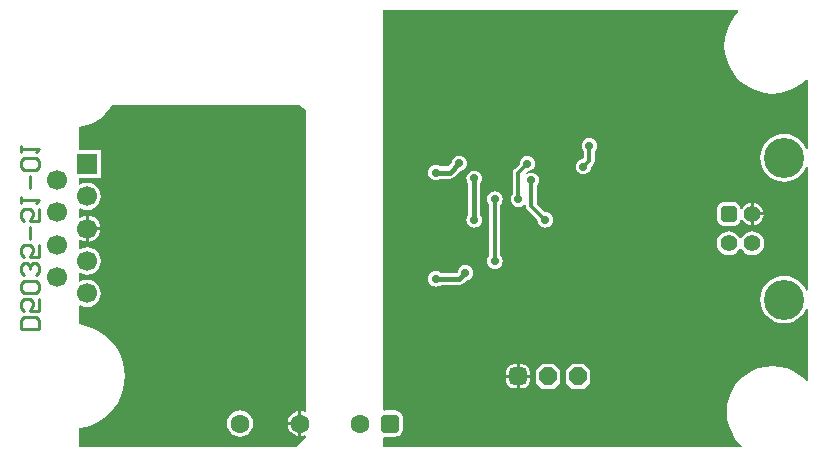
<source format=gbl>
G04*
G04 #@! TF.GenerationSoftware,Altium Limited,Altium Designer,22.3.1 (43)*
G04*
G04 Layer_Physical_Order=2*
G04 Layer_Color=16711680*
%FSLAX25Y25*%
%MOIN*%
G70*
G04*
G04 #@! TF.SameCoordinates,38A5807E-C0B9-4130-B18F-62B70C513CF8*
G04*
G04*
G04 #@! TF.FilePolarity,Positive*
G04*
G01*
G75*
%ADD34C,0.01181*%
%ADD72C,0.01575*%
%ADD75C,0.06299*%
G04:AMPARAMS|DCode=76|XSize=62.99mil|YSize=62.99mil|CornerRadius=15.75mil|HoleSize=0mil|Usage=FLASHONLY|Rotation=0.000|XOffset=0mil|YOffset=0mil|HoleType=Round|Shape=RoundedRectangle|*
%AMROUNDEDRECTD76*
21,1,0.06299,0.03150,0,0,0.0*
21,1,0.03150,0.06299,0,0,0.0*
1,1,0.03150,0.01575,-0.01575*
1,1,0.03150,-0.01575,-0.01575*
1,1,0.03150,-0.01575,0.01575*
1,1,0.03150,0.01575,0.01575*
%
%ADD76ROUNDEDRECTD76*%
%ADD77P,0.06392X8X22.5*%
G04:AMPARAMS|DCode=78|XSize=59.06mil|YSize=59.06mil|CornerRadius=14.76mil|HoleSize=0mil|Usage=FLASHONLY|Rotation=0.000|XOffset=0mil|YOffset=0mil|HoleType=Round|Shape=RoundedRectangle|*
%AMROUNDEDRECTD78*
21,1,0.05906,0.02953,0,0,0.0*
21,1,0.02953,0.05906,0,0,0.0*
1,1,0.02953,0.01476,-0.01476*
1,1,0.02953,-0.01476,-0.01476*
1,1,0.02953,-0.01476,0.01476*
1,1,0.02953,0.01476,0.01476*
%
%ADD78ROUNDEDRECTD78*%
%ADD79C,0.06693*%
%ADD80R,0.06693X0.06693*%
%ADD81C,0.13386*%
%ADD82C,0.05512*%
G04:AMPARAMS|DCode=83|XSize=55.12mil|YSize=55.12mil|CornerRadius=13.78mil|HoleSize=0mil|Usage=FLASHONLY|Rotation=90.000|XOffset=0mil|YOffset=0mil|HoleType=Round|Shape=RoundedRectangle|*
%AMROUNDEDRECTD83*
21,1,0.05512,0.02756,0,0,90.0*
21,1,0.02756,0.05512,0,0,90.0*
1,1,0.02756,0.01378,0.01378*
1,1,0.02756,0.01378,-0.01378*
1,1,0.02756,-0.01378,-0.01378*
1,1,0.02756,-0.01378,0.01378*
%
%ADD83ROUNDEDRECTD83*%
%ADD84C,0.02756*%
%ADD85C,0.01000*%
G36*
X100394Y116392D02*
X100394Y15937D01*
X99978Y15659D01*
X99509Y15854D01*
X98925Y15931D01*
Y11811D01*
Y7691D01*
X99509Y7768D01*
X99870Y7918D01*
X100307Y7638D01*
X100333Y7226D01*
X97078Y3971D01*
X24606D01*
Y10212D01*
X24782Y10223D01*
X27026Y10669D01*
X29191Y11405D01*
X31243Y12416D01*
X33145Y13687D01*
X34864Y15195D01*
X36372Y16915D01*
X37643Y18816D01*
X38655Y20868D01*
X39390Y23033D01*
X39836Y25277D01*
X39985Y27559D01*
X39836Y29841D01*
X39390Y32085D01*
X38655Y34251D01*
X37643Y36302D01*
X36372Y38203D01*
X34864Y39923D01*
X33145Y41431D01*
X31243Y42702D01*
X29191Y43714D01*
X27026Y44449D01*
X24782Y44895D01*
X24606Y44906D01*
Y51121D01*
X25055Y51342D01*
X25207Y51226D01*
X26313Y50767D01*
X27500Y50611D01*
X28687Y50767D01*
X29793Y51226D01*
X30743Y51954D01*
X31471Y52904D01*
X31929Y54010D01*
X32086Y55197D01*
X31929Y56384D01*
X31471Y57490D01*
X30743Y58439D01*
X29793Y59168D01*
X28687Y59626D01*
X27500Y59782D01*
X26313Y59626D01*
X25207Y59168D01*
X25055Y59051D01*
X24606Y59272D01*
Y61909D01*
X25055Y62130D01*
X25207Y62013D01*
X26313Y61555D01*
X27500Y61399D01*
X28687Y61555D01*
X29793Y62013D01*
X30743Y62742D01*
X31471Y63691D01*
X31929Y64797D01*
X32086Y65984D01*
X31929Y67171D01*
X31471Y68277D01*
X30743Y69227D01*
X29793Y69956D01*
X28687Y70414D01*
X27500Y70570D01*
X26313Y70414D01*
X25207Y69956D01*
X25055Y69839D01*
X24606Y70060D01*
Y72948D01*
X25055Y73169D01*
X25308Y72975D01*
X26365Y72537D01*
X27000Y72453D01*
Y76772D01*
Y81090D01*
X26365Y81006D01*
X25308Y80568D01*
X25055Y80374D01*
X24606Y80595D01*
Y83484D01*
X25055Y83705D01*
X25207Y83588D01*
X26313Y83130D01*
X27500Y82973D01*
X28687Y83130D01*
X29793Y83588D01*
X30743Y84316D01*
X31471Y85266D01*
X31929Y86372D01*
X32086Y87559D01*
X31929Y88746D01*
X31471Y89852D01*
X30743Y90802D01*
X29793Y91530D01*
X28687Y91988D01*
X27500Y92145D01*
X26313Y91988D01*
X25207Y91530D01*
X25055Y91413D01*
X24606Y91635D01*
Y93800D01*
X32046D01*
Y102893D01*
X24606D01*
Y110623D01*
X24929Y110648D01*
X27298Y111217D01*
X29549Y112149D01*
X31627Y113422D01*
X33479Y115005D01*
X35062Y116858D01*
X35830Y118110D01*
X98221D01*
X100394Y116392D01*
D02*
G37*
G36*
X244493Y149361D02*
X244543Y149072D01*
X242951Y147208D01*
X241638Y145065D01*
X240676Y142744D01*
X240090Y140300D01*
X239892Y137795D01*
X240090Y135290D01*
X240676Y132847D01*
X241638Y130526D01*
X242951Y128383D01*
X244583Y126472D01*
X246493Y124840D01*
X248636Y123528D01*
X250957Y122566D01*
X253400Y121979D01*
X255906Y121782D01*
X258411Y121979D01*
X260854Y122566D01*
X263175Y123528D01*
X265318Y124840D01*
X267183Y126433D01*
X267471Y126383D01*
X267683Y126305D01*
Y103461D01*
X267183Y103387D01*
X267170Y103429D01*
X266437Y104800D01*
X265451Y106002D01*
X264249Y106988D01*
X262878Y107721D01*
X261390Y108172D01*
X259842Y108325D01*
X258295Y108172D01*
X256807Y107721D01*
X255436Y106988D01*
X254234Y106002D01*
X253248Y104800D01*
X252515Y103429D01*
X252064Y101941D01*
X251911Y100394D01*
X252064Y98846D01*
X252515Y97359D01*
X253248Y95987D01*
X254234Y94786D01*
X255436Y93799D01*
X256807Y93066D01*
X258295Y92615D01*
X259842Y92463D01*
X261390Y92615D01*
X262878Y93066D01*
X264249Y93799D01*
X265451Y94786D01*
X266437Y95987D01*
X267170Y97359D01*
X267183Y97400D01*
X267683Y97326D01*
Y56217D01*
X267183Y56143D01*
X267170Y56185D01*
X266437Y57556D01*
X265451Y58758D01*
X264249Y59744D01*
X262878Y60477D01*
X261390Y60928D01*
X259842Y61081D01*
X258295Y60928D01*
X256807Y60477D01*
X255436Y59744D01*
X254234Y58758D01*
X253248Y57556D01*
X252515Y56185D01*
X252064Y54697D01*
X251911Y53150D01*
X252064Y51602D01*
X252515Y50115D01*
X253248Y48743D01*
X254234Y47541D01*
X255436Y46555D01*
X256807Y45822D01*
X258295Y45371D01*
X259842Y45219D01*
X261390Y45371D01*
X262878Y45822D01*
X264249Y46555D01*
X265451Y47541D01*
X266437Y48743D01*
X267170Y50115D01*
X267183Y50156D01*
X267683Y50082D01*
Y26049D01*
X267214Y25876D01*
X266670Y26513D01*
X264854Y28064D01*
X262817Y29312D01*
X260610Y30226D01*
X258287Y30784D01*
X255906Y30971D01*
X253524Y30784D01*
X251201Y30226D01*
X248994Y29312D01*
X246957Y28064D01*
X245141Y26513D01*
X243590Y24696D01*
X242341Y22659D01*
X241427Y20452D01*
X240870Y18129D01*
X240682Y15748D01*
X240870Y13367D01*
X241427Y11044D01*
X242341Y8837D01*
X243590Y6800D01*
X245141Y4984D01*
X245777Y4440D01*
X245604Y3971D01*
X125984D01*
Y7081D01*
X126484Y7486D01*
X126850Y7438D01*
X130000D01*
X130724Y7533D01*
X131399Y7812D01*
X131979Y8257D01*
X132424Y8837D01*
X132703Y9512D01*
X132799Y10236D01*
Y13386D01*
X132703Y14110D01*
X132424Y14785D01*
X131979Y15365D01*
X131399Y15810D01*
X130724Y16089D01*
X130000Y16184D01*
X126850D01*
X126484Y16136D01*
X125984Y16541D01*
Y149572D01*
X244415D01*
X244493Y149361D01*
D02*
G37*
%LPC*%
G36*
X28000Y81090D02*
Y77272D01*
X31818D01*
X31735Y77906D01*
X31297Y78964D01*
X30600Y79872D01*
X29692Y80568D01*
X28635Y81006D01*
X28000Y81090D01*
D02*
G37*
G36*
X31818Y76272D02*
X28000D01*
Y72453D01*
X28635Y72537D01*
X29692Y72975D01*
X30600Y73672D01*
X31297Y74580D01*
X31735Y75637D01*
X31818Y76272D01*
D02*
G37*
G36*
X97925Y15931D02*
X97342Y15854D01*
X96333Y15436D01*
X95466Y14771D01*
X94801Y13904D01*
X94382Y12894D01*
X94306Y12311D01*
X97925D01*
Y15931D01*
D02*
G37*
G36*
Y11311D02*
X94306D01*
X94382Y10728D01*
X94801Y9718D01*
X95466Y8851D01*
X96333Y8186D01*
X97342Y7768D01*
X97925Y7691D01*
Y11311D01*
D02*
G37*
G36*
X78425Y16198D02*
X77290Y16049D01*
X76232Y15610D01*
X75323Y14913D01*
X74626Y14005D01*
X74188Y12946D01*
X74038Y11811D01*
X74188Y10676D01*
X74626Y9617D01*
X75323Y8709D01*
X76232Y8012D01*
X77290Y7573D01*
X78425Y7424D01*
X79561Y7573D01*
X80619Y8012D01*
X81527Y8709D01*
X82225Y9617D01*
X82663Y10676D01*
X82812Y11811D01*
X82663Y12946D01*
X82225Y14005D01*
X81527Y14913D01*
X80619Y15610D01*
X79561Y16049D01*
X78425Y16198D01*
D02*
G37*
G36*
X151496Y101104D02*
X150823Y101015D01*
X150196Y100756D01*
X149657Y100342D01*
X149244Y99804D01*
X148985Y99177D01*
X148936Y98809D01*
X147625Y97499D01*
X145295D01*
X145001Y97724D01*
X144374Y97984D01*
X143701Y98073D01*
X143028Y97984D01*
X142401Y97724D01*
X141862Y97311D01*
X141449Y96772D01*
X141189Y96145D01*
X141101Y95472D01*
X141189Y94800D01*
X141449Y94172D01*
X141862Y93634D01*
X142401Y93221D01*
X143028Y92961D01*
X143701Y92872D01*
X144374Y92961D01*
X145001Y93221D01*
X145295Y93446D01*
X148465D01*
X149240Y93600D01*
X149898Y94040D01*
X151802Y95944D01*
X152169Y95992D01*
X152796Y96252D01*
X153335Y96665D01*
X153748Y97204D01*
X154008Y97831D01*
X154096Y98504D01*
X154008Y99177D01*
X153748Y99804D01*
X153335Y100342D01*
X152796Y100756D01*
X152169Y101015D01*
X151496Y101104D01*
D02*
G37*
G36*
X174213Y101025D02*
X173540Y100937D01*
X172913Y100677D01*
X172374Y100264D01*
X171961Y99725D01*
X171701Y99098D01*
X171612Y98425D01*
X171615Y98409D01*
X169969Y96763D01*
X169573Y96171D01*
X169434Y95472D01*
X169434Y95472D01*
Y88463D01*
X169421Y88453D01*
X169008Y87914D01*
X168748Y87287D01*
X168660Y86614D01*
X168748Y85941D01*
X169008Y85314D01*
X169421Y84776D01*
X169960Y84362D01*
X170587Y84103D01*
X171260Y84014D01*
X171933Y84103D01*
X172560Y84362D01*
X173099Y84776D01*
X173233Y84951D01*
X173733Y84781D01*
Y84284D01*
X173733Y84284D01*
X173872Y83586D01*
X174267Y82993D01*
X177520Y79741D01*
X177518Y79724D01*
X177606Y79051D01*
X177866Y78424D01*
X178279Y77886D01*
X178818Y77473D01*
X179445Y77213D01*
X180118Y77124D01*
X180791Y77213D01*
X181418Y77473D01*
X181957Y77886D01*
X182370Y78424D01*
X182630Y79051D01*
X182718Y79724D01*
X182630Y80397D01*
X182370Y81024D01*
X181957Y81563D01*
X181418Y81976D01*
X180791Y82236D01*
X180118Y82325D01*
X180102Y82323D01*
X177384Y85040D01*
Y91033D01*
X177397Y91043D01*
X177810Y91581D01*
X178070Y92208D01*
X178158Y92881D01*
X178070Y93554D01*
X177810Y94181D01*
X177397Y94720D01*
X176858Y95133D01*
X176231Y95393D01*
X175558Y95481D01*
X174885Y95393D01*
X174258Y95133D01*
X174048Y94972D01*
X173718Y95349D01*
X174196Y95827D01*
X174213Y95825D01*
X174886Y95914D01*
X175513Y96173D01*
X176051Y96587D01*
X176464Y97125D01*
X176724Y97752D01*
X176813Y98425D01*
X176724Y99098D01*
X176464Y99725D01*
X176051Y100264D01*
X175513Y100677D01*
X174886Y100937D01*
X174213Y101025D01*
D02*
G37*
G36*
X194882Y106931D02*
X194209Y106842D01*
X193582Y106582D01*
X193043Y106169D01*
X192630Y105631D01*
X192370Y105004D01*
X192282Y104331D01*
X192370Y103658D01*
X192630Y103031D01*
X193043Y102492D01*
X193056Y102482D01*
Y100499D01*
X192913Y100041D01*
X192240Y99953D01*
X191613Y99693D01*
X191075Y99280D01*
X190662Y98741D01*
X190402Y98114D01*
X190313Y97441D01*
X190402Y96768D01*
X190662Y96141D01*
X191075Y95602D01*
X191613Y95189D01*
X192240Y94929D01*
X192913Y94841D01*
X193586Y94929D01*
X194213Y95189D01*
X194752Y95602D01*
X195165Y96141D01*
X195425Y96768D01*
X195514Y97441D01*
X195511Y97457D01*
X196173Y98119D01*
X196173Y98119D01*
X196569Y98711D01*
X196707Y99409D01*
X196707Y99410D01*
Y102482D01*
X196721Y102492D01*
X197134Y103031D01*
X197394Y103658D01*
X197482Y104331D01*
X197394Y105004D01*
X197134Y105631D01*
X196721Y106169D01*
X196182Y106582D01*
X195555Y106842D01*
X194882Y106931D01*
D02*
G37*
G36*
X249713Y85415D02*
Y82193D01*
X252935D01*
X252872Y82673D01*
X252493Y83587D01*
X251891Y84372D01*
X251107Y84974D01*
X250193Y85352D01*
X249713Y85415D01*
D02*
G37*
G36*
X252935Y81193D02*
X249713D01*
Y77970D01*
X250193Y78034D01*
X251107Y78412D01*
X251891Y79014D01*
X252493Y79799D01*
X252872Y80712D01*
X252935Y81193D01*
D02*
G37*
G36*
X242717Y85671D02*
X239961D01*
X239288Y85583D01*
X238661Y85323D01*
X238122Y84909D01*
X237709Y84371D01*
X237449Y83744D01*
X237360Y83071D01*
Y80315D01*
X237449Y79642D01*
X237709Y79015D01*
X238122Y78476D01*
X238661Y78063D01*
X239288Y77803D01*
X239961Y77715D01*
X242717D01*
X243390Y77803D01*
X244017Y78063D01*
X244555Y78476D01*
X244968Y79015D01*
X245228Y79642D01*
X245283Y80059D01*
X245796Y80126D01*
X245932Y79799D01*
X246534Y79014D01*
X247318Y78412D01*
X248232Y78034D01*
X248713Y77970D01*
Y81693D01*
Y85415D01*
X248232Y85352D01*
X247318Y84974D01*
X246534Y84372D01*
X245932Y83587D01*
X245796Y83260D01*
X245283Y83327D01*
X245228Y83744D01*
X244968Y84371D01*
X244555Y84909D01*
X244017Y85323D01*
X243390Y85583D01*
X242717Y85671D01*
D02*
G37*
G36*
X156496Y96104D02*
X155823Y96016D01*
X155196Y95756D01*
X154657Y95343D01*
X154244Y94804D01*
X153984Y94177D01*
X153896Y93504D01*
X153984Y92831D01*
X154244Y92204D01*
X154470Y91910D01*
Y81318D01*
X154244Y81024D01*
X153984Y80397D01*
X153896Y79724D01*
X153984Y79051D01*
X154244Y78424D01*
X154657Y77886D01*
X155196Y77473D01*
X155823Y77213D01*
X156496Y77124D01*
X157169Y77213D01*
X157796Y77473D01*
X158335Y77886D01*
X158748Y78424D01*
X159008Y79051D01*
X159096Y79724D01*
X159008Y80397D01*
X158748Y81024D01*
X158522Y81318D01*
Y91910D01*
X158748Y92204D01*
X159008Y92831D01*
X159096Y93504D01*
X159008Y94177D01*
X158748Y94804D01*
X158335Y95343D01*
X157796Y95756D01*
X157169Y96016D01*
X156496Y96104D01*
D02*
G37*
G36*
X249213Y75840D02*
X248180Y75704D01*
X247218Y75306D01*
X246391Y74672D01*
X245757Y73845D01*
X245546Y73336D01*
X245005D01*
X244794Y73845D01*
X244160Y74672D01*
X243334Y75306D01*
X242371Y75704D01*
X241339Y75840D01*
X240306Y75704D01*
X239344Y75306D01*
X238517Y74672D01*
X237883Y73845D01*
X237485Y72883D01*
X237349Y71850D01*
X237485Y70818D01*
X237883Y69855D01*
X238517Y69029D01*
X239344Y68395D01*
X240306Y67996D01*
X241339Y67860D01*
X242371Y67996D01*
X243334Y68395D01*
X244160Y69029D01*
X244794Y69855D01*
X245005Y70365D01*
X245546D01*
X245757Y69855D01*
X246391Y69029D01*
X247218Y68395D01*
X248180Y67996D01*
X249213Y67860D01*
X250245Y67996D01*
X251208Y68395D01*
X252034Y69029D01*
X252668Y69855D01*
X253067Y70818D01*
X253203Y71850D01*
X253067Y72883D01*
X252668Y73845D01*
X252034Y74672D01*
X251208Y75306D01*
X250245Y75704D01*
X249213Y75840D01*
D02*
G37*
G36*
X163386Y89214D02*
X162713Y89126D01*
X162086Y88866D01*
X161547Y88453D01*
X161134Y87914D01*
X160874Y87287D01*
X160786Y86614D01*
X160874Y85941D01*
X161134Y85314D01*
X161547Y84776D01*
X161560Y84766D01*
Y67794D01*
X161547Y67783D01*
X161134Y67245D01*
X160874Y66618D01*
X160786Y65945D01*
X160874Y65272D01*
X161134Y64645D01*
X161547Y64106D01*
X162086Y63693D01*
X162713Y63433D01*
X163386Y63345D01*
X164059Y63433D01*
X164686Y63693D01*
X165225Y64106D01*
X165638Y64645D01*
X165897Y65272D01*
X165986Y65945D01*
X165897Y66618D01*
X165638Y67245D01*
X165225Y67783D01*
X165211Y67794D01*
Y84766D01*
X165225Y84776D01*
X165638Y85314D01*
X165897Y85941D01*
X165986Y86614D01*
X165897Y87287D01*
X165638Y87914D01*
X165225Y88453D01*
X164686Y88866D01*
X164059Y89126D01*
X163386Y89214D01*
D02*
G37*
G36*
X153543Y64608D02*
X152870Y64520D01*
X152243Y64260D01*
X151705Y63846D01*
X151292Y63308D01*
X151032Y62681D01*
X150983Y62314D01*
X150735Y62066D01*
X145295D01*
X145001Y62291D01*
X144374Y62551D01*
X143701Y62640D01*
X143028Y62551D01*
X142401Y62291D01*
X141862Y61878D01*
X141449Y61339D01*
X141189Y60712D01*
X141101Y60039D01*
X141189Y59366D01*
X141449Y58739D01*
X141862Y58201D01*
X142401Y57788D01*
X143028Y57528D01*
X143701Y57439D01*
X144374Y57528D01*
X145001Y57788D01*
X145295Y58013D01*
X151575D01*
X152350Y58167D01*
X153008Y58606D01*
X153849Y59448D01*
X154216Y59496D01*
X154843Y59756D01*
X155382Y60169D01*
X155795Y60708D01*
X156055Y61335D01*
X156143Y62008D01*
X156055Y62681D01*
X155795Y63308D01*
X155382Y63846D01*
X154843Y64260D01*
X154216Y64520D01*
X153543Y64608D01*
D02*
G37*
G36*
X172579Y31560D02*
X171602D01*
Y28059D01*
X175104D01*
Y29035D01*
X174911Y30002D01*
X174364Y30821D01*
X173545Y31368D01*
X172579Y31560D01*
D02*
G37*
G36*
X170602D02*
X169626D01*
X168660Y31368D01*
X167841Y30821D01*
X167293Y30002D01*
X167101Y29035D01*
Y28059D01*
X170602D01*
Y31560D01*
D02*
G37*
G36*
X175104Y27059D02*
X171602D01*
Y23558D01*
X172579D01*
X173545Y23750D01*
X174364Y24297D01*
X174911Y25117D01*
X175104Y26083D01*
Y27059D01*
D02*
G37*
G36*
X170602D02*
X167101D01*
Y26083D01*
X167293Y25117D01*
X167841Y24297D01*
X168660Y23750D01*
X169626Y23558D01*
X170602D01*
Y27059D01*
D02*
G37*
G36*
X193179Y31712D02*
X189026D01*
X186950Y29635D01*
Y25483D01*
X189026Y23406D01*
X193179D01*
X195255Y25483D01*
Y29635D01*
X193179Y31712D01*
D02*
G37*
G36*
X183179D02*
X179026D01*
X176950Y29635D01*
Y25483D01*
X179026Y23406D01*
X183179D01*
X185255Y25483D01*
Y29635D01*
X183179Y31712D01*
D02*
G37*
%LPD*%
D34*
X163386Y65945D02*
Y86614D01*
X171260D02*
Y95472D01*
X174213Y98425D01*
X175558Y84284D02*
X180118Y79724D01*
X175558Y84284D02*
Y92881D01*
X192913Y97441D02*
X194882Y99409D01*
Y104331D01*
D72*
X151575Y60039D02*
X153543Y62008D01*
X143701Y60039D02*
X151575D01*
X156496Y79724D02*
Y93504D01*
X143701Y95472D02*
X148465D01*
X151496Y98504D01*
D75*
X118425Y11811D02*
D03*
X78425D02*
D03*
X98425D02*
D03*
D76*
X128425Y11811D02*
D03*
D77*
X191102Y27559D02*
D03*
X181102D02*
D03*
D78*
X171102D02*
D03*
D79*
X17500Y60590D02*
D03*
Y71378D02*
D03*
Y82165D02*
D03*
Y92953D02*
D03*
X27500Y55197D02*
D03*
Y65984D02*
D03*
Y76772D02*
D03*
Y87559D02*
D03*
D80*
Y98347D02*
D03*
D81*
X259842Y53150D02*
D03*
Y100394D02*
D03*
D82*
X249213Y71850D02*
D03*
Y81693D02*
D03*
X241339Y71850D02*
D03*
D83*
Y81693D02*
D03*
D84*
X77756Y40354D02*
D03*
X97441Y116142D02*
D03*
X153543Y62008D02*
D03*
X143701Y60039D02*
D03*
X159449Y41339D02*
D03*
X163386Y86614D02*
D03*
X156496Y93504D02*
D03*
X163386Y65945D02*
D03*
X156496Y79724D02*
D03*
X150591Y69882D02*
D03*
X143701Y95472D02*
D03*
X151496Y98504D02*
D03*
X128937Y81693D02*
D03*
X172244Y13780D02*
D03*
X171260Y86614D02*
D03*
X185039Y79724D02*
D03*
X180118D02*
D03*
X174213Y98425D02*
D03*
X175558Y92881D02*
D03*
X196850Y92520D02*
D03*
X196923Y78735D02*
D03*
X227496Y90811D02*
D03*
X194882Y104331D02*
D03*
X192913Y97441D02*
D03*
X233268Y35433D02*
D03*
X174213Y71850D02*
D03*
X140748Y75787D02*
D03*
X130905Y47244D02*
D03*
X97441Y64961D02*
D03*
Y77756D02*
D03*
X53150Y80709D02*
D03*
X61024Y66929D02*
D03*
Y102362D02*
D03*
X41339Y107283D02*
D03*
X97441Y103347D02*
D03*
X204724Y52165D02*
D03*
X184055Y56102D02*
D03*
X52165Y45276D02*
D03*
X130905Y147638D02*
D03*
Y117126D02*
D03*
X183496Y104811D02*
D03*
X164996Y121311D02*
D03*
X127953Y5906D02*
D03*
X88583Y33465D02*
D03*
X41339Y75787D02*
D03*
X229496Y110811D02*
D03*
X238496Y106811D02*
D03*
X231299Y65945D02*
D03*
X185039Y38386D02*
D03*
D85*
X11498Y43311D02*
X5500D01*
Y46310D01*
X6500Y47310D01*
X10498D01*
X11498Y46310D01*
Y43311D01*
Y53308D02*
Y49309D01*
X8499D01*
X9499Y51308D01*
Y52308D01*
X8499Y53308D01*
X6500D01*
X5500Y52308D01*
Y50309D01*
X6500Y49309D01*
X10498Y55307D02*
X11498Y56307D01*
Y58306D01*
X10498Y59306D01*
X6500D01*
X5500Y58306D01*
Y56307D01*
X6500Y55307D01*
X10498D01*
Y61305D02*
X11498Y62305D01*
Y64304D01*
X10498Y65304D01*
X9499D01*
X8499Y64304D01*
Y63305D01*
Y64304D01*
X7499Y65304D01*
X6500D01*
X5500Y64304D01*
Y62305D01*
X6500Y61305D01*
X11498Y71302D02*
Y67303D01*
X8499D01*
X9499Y69303D01*
Y70302D01*
X8499Y71302D01*
X6500D01*
X5500Y70302D01*
Y68303D01*
X6500Y67303D01*
X8499Y73301D02*
Y77300D01*
X11498Y83298D02*
Y79299D01*
X8499D01*
X9499Y81299D01*
Y82298D01*
X8499Y83298D01*
X6500D01*
X5500Y82298D01*
Y80299D01*
X6500Y79299D01*
X5500Y85297D02*
Y87297D01*
Y86297D01*
X11498D01*
X10498Y85297D01*
X8499Y90296D02*
Y94295D01*
X10498Y96294D02*
X11498Y97294D01*
Y99293D01*
X10498Y100293D01*
X6500D01*
X5500Y99293D01*
Y97294D01*
X6500Y96294D01*
X10498D01*
X5500Y102292D02*
Y104291D01*
Y103292D01*
X11498D01*
X10498Y102292D01*
M02*

</source>
